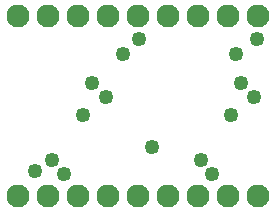
<source format=gbs>
G04 MADE WITH FRITZING*
G04 WWW.FRITZING.ORG*
G04 DOUBLE SIDED*
G04 HOLES PLATED*
G04 CONTOUR ON CENTER OF CONTOUR VECTOR*
%ASAXBY*%
%FSLAX23Y23*%
%MOIN*%
%OFA0B0*%
%SFA1.0B1.0*%
%ADD10C,0.076929*%
%ADD11C,0.049370*%
%LNMASK0*%
G90*
G70*
G54D10*
X95Y117D03*
X195Y117D03*
X295Y117D03*
X395Y117D03*
X495Y117D03*
X595Y117D03*
X695Y117D03*
X795Y117D03*
X895Y117D03*
X895Y718D03*
X795Y718D03*
X695Y718D03*
X595Y718D03*
X495Y718D03*
X395Y718D03*
X295Y718D03*
X195Y718D03*
X95Y718D03*
G54D11*
X540Y280D03*
X151Y203D03*
X704Y237D03*
X209Y237D03*
X247Y193D03*
X742Y193D03*
X806Y387D03*
X312Y387D03*
X387Y448D03*
X882Y448D03*
X342Y496D03*
X837Y496D03*
X446Y593D03*
X822Y593D03*
X499Y643D03*
X891Y643D03*
G04 End of Mask0*
M02*
</source>
